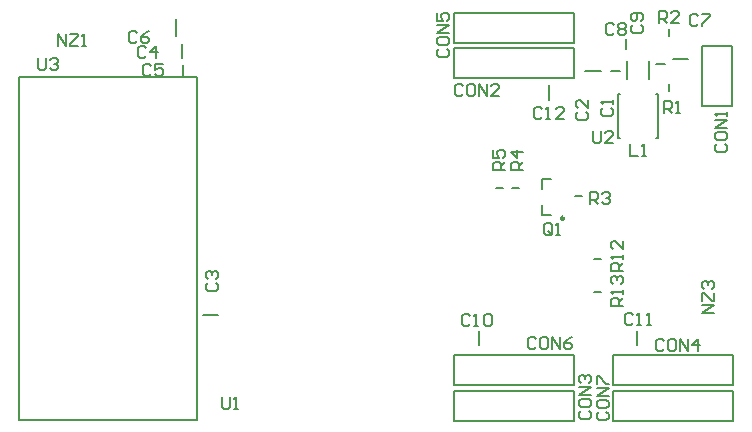
<source format=gto>
G04 Layer_Color=14474460*
%FSLAX24Y24*%
%MOIN*%
G70*
G01*
G75*
%ADD25C,0.0079*%
%ADD33C,0.0039*%
%ADD34C,0.0098*%
%ADD35C,0.0080*%
%ADD36C,0.0060*%
D25*
X17795Y10787D02*
Y11260D01*
X21112Y11467D02*
Y12077D01*
X20384Y11467D02*
Y12077D01*
X19291Y4370D02*
X19528D01*
X19291Y5472D02*
X19528D01*
X16004Y7844D02*
X16240D01*
X16555D02*
X16791D01*
X18632Y7579D02*
X18868D01*
X21772Y12913D02*
Y13150D01*
Y11063D02*
Y11299D01*
X17563Y6929D02*
X17839D01*
X17563D02*
Y7264D01*
Y8150D02*
X17839D01*
X17563Y7815D02*
Y8150D01*
X21417Y10236D02*
Y10974D01*
X21358D02*
X21417D01*
X21358Y9498D02*
X21417D01*
Y10236D01*
X20079Y10236D02*
Y10974D01*
X20138D01*
X20079Y9498D02*
X20138D01*
X20079D02*
Y10236D01*
X19925Y91D02*
Y1091D01*
X23925D01*
X19925Y91D02*
X23925D01*
Y1091D01*
X18610Y1272D02*
Y2272D01*
X14610Y1272D02*
X18610D01*
X14610Y2272D02*
X18610D01*
X14610Y1272D02*
Y2272D01*
X18610Y12689D02*
Y13689D01*
X14610Y12689D02*
X18610D01*
X14610Y13689D02*
X18610D01*
X14610Y12689D02*
Y13689D01*
X23925Y1272D02*
Y2272D01*
X19925Y1272D02*
X23925D01*
X19925Y2272D02*
X23925D01*
X19925Y1272D02*
Y2272D01*
X14610Y91D02*
Y1091D01*
X18610D01*
X14610Y91D02*
X18610D01*
Y1091D01*
X14610Y11508D02*
Y12508D01*
X18610D01*
X14610Y11508D02*
X18610D01*
Y12508D01*
X22886Y10563D02*
Y12563D01*
Y10563D02*
X23886D01*
Y12563D01*
X22886D02*
X23886D01*
X20709Y2598D02*
Y3071D01*
X15433Y2598D02*
Y3071D01*
X21339Y11968D02*
X21654D01*
X20354Y12480D02*
Y12795D01*
X21929Y12126D02*
X22402D01*
X5354Y12913D02*
Y13465D01*
X5591Y11614D02*
Y11929D01*
X5551Y12165D02*
Y12638D01*
X6260Y3622D02*
X6732D01*
X18976Y11732D02*
X19528D01*
X19843D02*
X20157D01*
D33*
X20404Y11309D02*
G03*
X20404Y11309I-20J0D01*
G01*
D34*
X18278Y6831D02*
G03*
X18278Y6831I-49J0D01*
G01*
D35*
X118Y118D02*
X6036D01*
Y11545D01*
X118D02*
X6036D01*
X118Y118D02*
Y11545D01*
D36*
X17550Y10491D02*
X17483Y10557D01*
X17350D01*
X17283Y10491D01*
Y10224D01*
X17350Y10157D01*
X17483D01*
X17550Y10224D01*
X17683Y10157D02*
X17817D01*
X17750D01*
Y10557D01*
X17683Y10491D01*
X18283Y10157D02*
X18017D01*
X18283Y10424D01*
Y10491D01*
X18217Y10557D01*
X18083D01*
X18017Y10491D01*
X20572Y13259D02*
X20506Y13192D01*
Y13059D01*
X20572Y12992D01*
X20839D01*
X20906Y13059D01*
Y13192D01*
X20839Y13259D01*
Y13392D02*
X20906Y13459D01*
Y13592D01*
X20839Y13659D01*
X20572D01*
X20506Y13592D01*
Y13459D01*
X20572Y13392D01*
X20639D01*
X20706Y13459D01*
Y13659D01*
X22747Y13562D02*
X22680Y13628D01*
X22547D01*
X22480Y13562D01*
Y13295D01*
X22547Y13228D01*
X22680D01*
X22747Y13295D01*
X22880Y13628D02*
X23147D01*
Y13562D01*
X22880Y13295D01*
Y13228D01*
X19952Y13286D02*
X19885Y13353D01*
X19752D01*
X19685Y13286D01*
Y13019D01*
X19752Y12953D01*
X19885D01*
X19952Y13019D01*
X20085Y13286D02*
X20152Y13353D01*
X20285D01*
X20351Y13286D01*
Y13219D01*
X20285Y13153D01*
X20351Y13086D01*
Y13019D01*
X20285Y12953D01*
X20152D01*
X20085Y13019D01*
Y13086D01*
X20152Y13153D01*
X20085Y13219D01*
Y13286D01*
X20152Y13153D02*
X20285D01*
X23368Y9322D02*
X23301Y9255D01*
Y9122D01*
X23368Y9055D01*
X23634D01*
X23701Y9122D01*
Y9255D01*
X23634Y9322D01*
X23301Y9655D02*
Y9522D01*
X23368Y9455D01*
X23634D01*
X23701Y9522D01*
Y9655D01*
X23634Y9722D01*
X23368D01*
X23301Y9655D01*
X23701Y9855D02*
X23301D01*
X23701Y10121D01*
X23301D01*
X23701Y10255D02*
Y10388D01*
Y10321D01*
X23301D01*
X23368Y10255D01*
X14116Y12471D02*
X14049Y12405D01*
Y12271D01*
X14116Y12205D01*
X14382D01*
X14449Y12271D01*
Y12405D01*
X14382Y12471D01*
X14049Y12805D02*
Y12671D01*
X14116Y12605D01*
X14382D01*
X14449Y12671D01*
Y12805D01*
X14382Y12871D01*
X14116D01*
X14049Y12805D01*
X14449Y13004D02*
X14049D01*
X14449Y13271D01*
X14049D01*
Y13671D02*
Y13404D01*
X14249D01*
X14182Y13538D01*
Y13604D01*
X14249Y13671D01*
X14382D01*
X14449Y13604D01*
Y13471D01*
X14382Y13404D01*
X14912Y11239D02*
X14846Y11305D01*
X14712D01*
X14646Y11239D01*
Y10972D01*
X14712Y10906D01*
X14846D01*
X14912Y10972D01*
X15245Y11305D02*
X15112D01*
X15046Y11239D01*
Y10972D01*
X15112Y10906D01*
X15245D01*
X15312Y10972D01*
Y11239D01*
X15245Y11305D01*
X15445Y10906D02*
Y11305D01*
X15712Y10906D01*
Y11305D01*
X16112Y10906D02*
X15845D01*
X16112Y11172D01*
Y11239D01*
X16045Y11305D01*
X15912D01*
X15845Y11239D01*
X20236Y3898D02*
X19836D01*
Y4098D01*
X19903Y4164D01*
X20036D01*
X20103Y4098D01*
Y3898D01*
Y4031D02*
X20236Y4164D01*
Y4298D02*
Y4431D01*
Y4364D01*
X19836D01*
X19903Y4298D01*
Y4631D02*
X19836Y4697D01*
Y4831D01*
X19903Y4897D01*
X19970D01*
X20036Y4831D01*
Y4764D01*
Y4831D01*
X20103Y4897D01*
X20170D01*
X20236Y4831D01*
Y4697D01*
X20170Y4631D01*
X19431Y385D02*
X19364Y318D01*
Y185D01*
X19431Y118D01*
X19697D01*
X19764Y185D01*
Y318D01*
X19697Y385D01*
X19364Y718D02*
Y585D01*
X19431Y518D01*
X19697D01*
X19764Y585D01*
Y718D01*
X19697Y785D01*
X19431D01*
X19364Y718D01*
X19764Y918D02*
X19364D01*
X19764Y1184D01*
X19364D01*
Y1318D02*
Y1584D01*
X19431D01*
X19697Y1318D01*
X19764D01*
X20582Y3601D02*
X20515Y3668D01*
X20382D01*
X20315Y3601D01*
Y3334D01*
X20382Y3268D01*
X20515D01*
X20582Y3334D01*
X20715Y3268D02*
X20848D01*
X20781D01*
Y3668D01*
X20715Y3601D01*
X21048Y3268D02*
X21181D01*
X21115D01*
Y3668D01*
X21048Y3601D01*
X21605Y2735D02*
X21539Y2801D01*
X21405D01*
X21339Y2735D01*
Y2468D01*
X21405Y2402D01*
X21539D01*
X21605Y2468D01*
X21938Y2801D02*
X21805D01*
X21738Y2735D01*
Y2468D01*
X21805Y2402D01*
X21938D01*
X22005Y2468D01*
Y2735D01*
X21938Y2801D01*
X22138Y2402D02*
Y2801D01*
X22405Y2402D01*
Y2801D01*
X22738Y2402D02*
Y2801D01*
X22538Y2602D01*
X22805D01*
X15148Y3562D02*
X15082Y3628D01*
X14949D01*
X14882Y3562D01*
Y3295D01*
X14949Y3228D01*
X15082D01*
X15148Y3295D01*
X15282Y3228D02*
X15415D01*
X15348D01*
Y3628D01*
X15282Y3562D01*
X15615D02*
X15682Y3628D01*
X15815D01*
X15882Y3562D01*
Y3295D01*
X15815Y3228D01*
X15682D01*
X15615Y3295D01*
Y3562D01*
X748Y12172D02*
Y11838D01*
X815Y11772D01*
X948D01*
X1015Y11838D01*
Y12172D01*
X1148Y12105D02*
X1215Y12172D01*
X1348D01*
X1414Y12105D01*
Y12038D01*
X1348Y11972D01*
X1281D01*
X1348D01*
X1414Y11905D01*
Y11838D01*
X1348Y11772D01*
X1215D01*
X1148Y11838D01*
X6890Y872D02*
Y539D01*
X6956Y472D01*
X7090D01*
X7156Y539D01*
Y872D01*
X7290Y472D02*
X7423D01*
X7356D01*
Y872D01*
X7290Y806D01*
X19588Y10503D02*
X19521Y10436D01*
Y10303D01*
X19588Y10236D01*
X19855D01*
X19921Y10303D01*
Y10436D01*
X19855Y10503D01*
X19921Y10636D02*
Y10769D01*
Y10703D01*
X19521D01*
X19588Y10636D01*
X18761Y10385D02*
X18695Y10318D01*
Y10185D01*
X18761Y10118D01*
X19028D01*
X19094Y10185D01*
Y10318D01*
X19028Y10385D01*
X19094Y10785D02*
Y10518D01*
X18828Y10785D01*
X18761D01*
X18695Y10718D01*
Y10585D01*
X18761Y10518D01*
X6399Y4676D02*
X6332Y4609D01*
Y4476D01*
X6399Y4409D01*
X6666D01*
X6732Y4476D01*
Y4609D01*
X6666Y4676D01*
X6399Y4809D02*
X6332Y4876D01*
Y5009D01*
X6399Y5076D01*
X6466D01*
X6532Y5009D01*
Y4943D01*
Y5009D01*
X6599Y5076D01*
X6666D01*
X6732Y5009D01*
Y4876D01*
X6666Y4809D01*
X18840Y424D02*
X18773Y357D01*
Y224D01*
X18840Y157D01*
X19107D01*
X19173Y224D01*
Y357D01*
X19107Y424D01*
X18773Y757D02*
Y624D01*
X18840Y557D01*
X19107D01*
X19173Y624D01*
Y757D01*
X19107Y824D01*
X18840D01*
X18773Y757D01*
X19173Y957D02*
X18773D01*
X19173Y1224D01*
X18773D01*
X18840Y1357D02*
X18773Y1424D01*
Y1557D01*
X18840Y1624D01*
X18907D01*
X18973Y1557D01*
Y1490D01*
Y1557D01*
X19040Y1624D01*
X19107D01*
X19173Y1557D01*
Y1424D01*
X19107Y1357D01*
X20472Y9298D02*
Y8898D01*
X20739D01*
X20872D02*
X21006D01*
X20939D01*
Y9298D01*
X20872Y9231D01*
X17865Y6326D02*
Y6593D01*
X17798Y6660D01*
X17665D01*
X17598Y6593D01*
Y6326D01*
X17665Y6260D01*
X17798D01*
X17732Y6393D02*
X17865Y6260D01*
X17798D02*
X17865Y6326D01*
X17998Y6260D02*
X18132D01*
X18065D01*
Y6660D01*
X17998Y6593D01*
X21614Y10354D02*
Y10754D01*
X21814D01*
X21881Y10688D01*
Y10554D01*
X21814Y10488D01*
X21614D01*
X21747D02*
X21881Y10354D01*
X22014D02*
X22147D01*
X22081D01*
Y10754D01*
X22014Y10688D01*
X21457Y13346D02*
Y13746D01*
X21657D01*
X21723Y13680D01*
Y13546D01*
X21657Y13480D01*
X21457D01*
X21590D02*
X21723Y13346D01*
X22123D02*
X21857D01*
X22123Y13613D01*
Y13680D01*
X22057Y13746D01*
X21923D01*
X21857Y13680D01*
X19134Y7323D02*
Y7723D01*
X19334D01*
X19400Y7656D01*
Y7523D01*
X19334Y7456D01*
X19134D01*
X19267D02*
X19400Y7323D01*
X19534Y7656D02*
X19600Y7723D01*
X19734D01*
X19800Y7656D01*
Y7589D01*
X19734Y7523D01*
X19667D01*
X19734D01*
X19800Y7456D01*
Y7389D01*
X19734Y7323D01*
X19600D01*
X19534Y7389D01*
X16909Y8435D02*
X16510D01*
Y8635D01*
X16576Y8702D01*
X16710D01*
X16776Y8635D01*
Y8435D01*
Y8568D02*
X16909Y8702D01*
Y9035D02*
X16510D01*
X16710Y8835D01*
Y9101D01*
X16319Y8435D02*
X15919D01*
Y8635D01*
X15986Y8702D01*
X16119D01*
X16186Y8635D01*
Y8435D01*
Y8568D02*
X16319Y8702D01*
X15919Y9101D02*
Y8835D01*
X16119D01*
X16052Y8968D01*
Y9035D01*
X16119Y9101D01*
X16252D01*
X16319Y9035D01*
Y8902D01*
X16252Y8835D01*
X19252Y9731D02*
Y9397D01*
X19319Y9331D01*
X19452D01*
X19519Y9397D01*
Y9731D01*
X19918Y9331D02*
X19652D01*
X19918Y9597D01*
Y9664D01*
X19852Y9731D01*
X19718D01*
X19652Y9664D01*
X17353Y2814D02*
X17287Y2880D01*
X17153D01*
X17087Y2814D01*
Y2547D01*
X17153Y2480D01*
X17287D01*
X17353Y2547D01*
X17686Y2880D02*
X17553D01*
X17486Y2814D01*
Y2547D01*
X17553Y2480D01*
X17686D01*
X17753Y2547D01*
Y2814D01*
X17686Y2880D01*
X17886Y2480D02*
Y2880D01*
X18153Y2480D01*
Y2880D01*
X18553D02*
X18420Y2814D01*
X18286Y2680D01*
Y2547D01*
X18353Y2480D01*
X18486D01*
X18553Y2547D01*
Y2614D01*
X18486Y2680D01*
X18286D01*
X20236Y5079D02*
X19836D01*
Y5279D01*
X19903Y5345D01*
X20036D01*
X20103Y5279D01*
Y5079D01*
Y5212D02*
X20236Y5345D01*
Y5479D02*
Y5612D01*
Y5545D01*
X19836D01*
X19903Y5479D01*
X20236Y6078D02*
Y5812D01*
X19970Y6078D01*
X19903D01*
X19836Y6012D01*
Y5878D01*
X19903Y5812D01*
X4519Y11908D02*
X4452Y11975D01*
X4319D01*
X4252Y11908D01*
Y11641D01*
X4319Y11575D01*
X4452D01*
X4519Y11641D01*
X4918Y11975D02*
X4652D01*
Y11775D01*
X4785Y11841D01*
X4852D01*
X4918Y11775D01*
Y11641D01*
X4852Y11575D01*
X4718D01*
X4652Y11641D01*
X4361Y12499D02*
X4294Y12565D01*
X4161D01*
X4094Y12499D01*
Y12232D01*
X4161Y12165D01*
X4294D01*
X4361Y12232D01*
X4694Y12165D02*
Y12565D01*
X4494Y12365D01*
X4761D01*
X1417Y12559D02*
Y12959D01*
X1684Y12559D01*
Y12959D01*
X1817D02*
X2084D01*
Y12892D01*
X1817Y12626D01*
Y12559D01*
X2084D01*
X2217D02*
X2350D01*
X2284D01*
Y12959D01*
X2217Y12892D01*
X23268Y3661D02*
X22868D01*
X23268Y3928D01*
X22868D01*
Y4061D02*
Y4328D01*
X22934D01*
X23201Y4061D01*
X23268D01*
Y4328D01*
X22934Y4461D02*
X22868Y4528D01*
Y4661D01*
X22934Y4728D01*
X23001D01*
X23068Y4661D01*
Y4594D01*
Y4661D01*
X23134Y4728D01*
X23201D01*
X23268Y4661D01*
Y4528D01*
X23201Y4461D01*
X4046Y13010D02*
X3979Y13077D01*
X3846D01*
X3780Y13010D01*
Y12744D01*
X3846Y12677D01*
X3979D01*
X4046Y12744D01*
X4446Y13077D02*
X4313Y13010D01*
X4179Y12877D01*
Y12744D01*
X4246Y12677D01*
X4379D01*
X4446Y12744D01*
Y12810D01*
X4379Y12877D01*
X4179D01*
M02*

</source>
